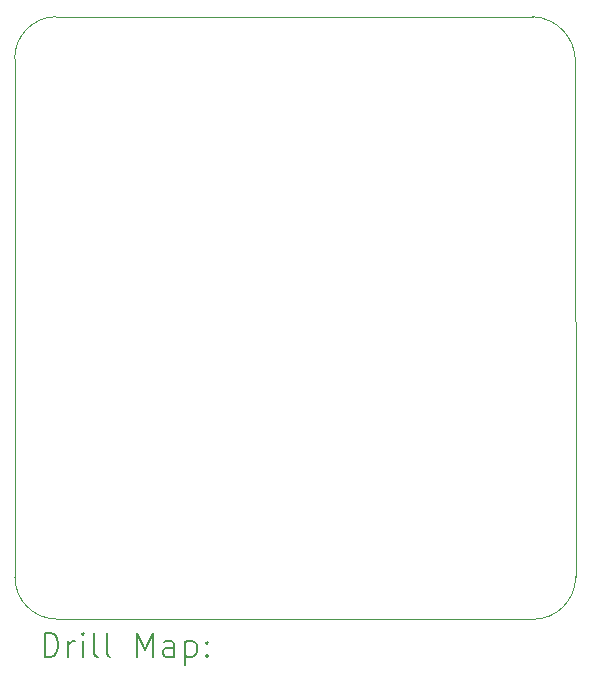
<source format=gbr>
%TF.GenerationSoftware,KiCad,Pcbnew,7.0.7*%
%TF.CreationDate,2024-07-30T23:45:06+02:00*%
%TF.ProjectId,linefollower_pcb,6c696e65-666f-46c6-9c6f-7765725f7063,rev?*%
%TF.SameCoordinates,Original*%
%TF.FileFunction,Drillmap*%
%TF.FilePolarity,Positive*%
%FSLAX45Y45*%
G04 Gerber Fmt 4.5, Leading zero omitted, Abs format (unit mm)*
G04 Created by KiCad (PCBNEW 7.0.7) date 2024-07-30 23:45:06*
%MOMM*%
%LPD*%
G01*
G04 APERTURE LIST*
%ADD10C,0.100000*%
%ADD11C,0.200000*%
G04 APERTURE END LIST*
D10*
X10657058Y-12602258D02*
G75*
G03*
X11017058Y-12242252I-8J360008D01*
G01*
X10657058Y-12602252D02*
X6620000Y-12600000D01*
X11014998Y-7876811D02*
G75*
G03*
X10652891Y-7500000I-377108J1D01*
G01*
X6614670Y-7499999D02*
G75*
G03*
X6267500Y-7854588I7500J-354591D01*
G01*
X6270001Y-12245471D02*
G75*
G03*
X6620000Y-12600000I354559J1D01*
G01*
X6614670Y-7500000D02*
X10652891Y-7500000D01*
X6270000Y-12245471D02*
X6267500Y-7854588D01*
X11015000Y-7876811D02*
X11017058Y-12242252D01*
D11*
X6523276Y-12918736D02*
X6523276Y-12718736D01*
X6523276Y-12718736D02*
X6570895Y-12718736D01*
X6570895Y-12718736D02*
X6599467Y-12728260D01*
X6599467Y-12728260D02*
X6618514Y-12747308D01*
X6618514Y-12747308D02*
X6628038Y-12766355D01*
X6628038Y-12766355D02*
X6637562Y-12804450D01*
X6637562Y-12804450D02*
X6637562Y-12833022D01*
X6637562Y-12833022D02*
X6628038Y-12871117D01*
X6628038Y-12871117D02*
X6618514Y-12890165D01*
X6618514Y-12890165D02*
X6599467Y-12909212D01*
X6599467Y-12909212D02*
X6570895Y-12918736D01*
X6570895Y-12918736D02*
X6523276Y-12918736D01*
X6723276Y-12918736D02*
X6723276Y-12785403D01*
X6723276Y-12823498D02*
X6732800Y-12804450D01*
X6732800Y-12804450D02*
X6742324Y-12794927D01*
X6742324Y-12794927D02*
X6761372Y-12785403D01*
X6761372Y-12785403D02*
X6780419Y-12785403D01*
X6847086Y-12918736D02*
X6847086Y-12785403D01*
X6847086Y-12718736D02*
X6837562Y-12728260D01*
X6837562Y-12728260D02*
X6847086Y-12737784D01*
X6847086Y-12737784D02*
X6856610Y-12728260D01*
X6856610Y-12728260D02*
X6847086Y-12718736D01*
X6847086Y-12718736D02*
X6847086Y-12737784D01*
X6970895Y-12918736D02*
X6951848Y-12909212D01*
X6951848Y-12909212D02*
X6942324Y-12890165D01*
X6942324Y-12890165D02*
X6942324Y-12718736D01*
X7075657Y-12918736D02*
X7056610Y-12909212D01*
X7056610Y-12909212D02*
X7047086Y-12890165D01*
X7047086Y-12890165D02*
X7047086Y-12718736D01*
X7304229Y-12918736D02*
X7304229Y-12718736D01*
X7304229Y-12718736D02*
X7370895Y-12861593D01*
X7370895Y-12861593D02*
X7437562Y-12718736D01*
X7437562Y-12718736D02*
X7437562Y-12918736D01*
X7618514Y-12918736D02*
X7618514Y-12813974D01*
X7618514Y-12813974D02*
X7608991Y-12794927D01*
X7608991Y-12794927D02*
X7589943Y-12785403D01*
X7589943Y-12785403D02*
X7551848Y-12785403D01*
X7551848Y-12785403D02*
X7532800Y-12794927D01*
X7618514Y-12909212D02*
X7599467Y-12918736D01*
X7599467Y-12918736D02*
X7551848Y-12918736D01*
X7551848Y-12918736D02*
X7532800Y-12909212D01*
X7532800Y-12909212D02*
X7523276Y-12890165D01*
X7523276Y-12890165D02*
X7523276Y-12871117D01*
X7523276Y-12871117D02*
X7532800Y-12852070D01*
X7532800Y-12852070D02*
X7551848Y-12842546D01*
X7551848Y-12842546D02*
X7599467Y-12842546D01*
X7599467Y-12842546D02*
X7618514Y-12833022D01*
X7713753Y-12785403D02*
X7713753Y-12985403D01*
X7713753Y-12794927D02*
X7732800Y-12785403D01*
X7732800Y-12785403D02*
X7770895Y-12785403D01*
X7770895Y-12785403D02*
X7789943Y-12794927D01*
X7789943Y-12794927D02*
X7799467Y-12804450D01*
X7799467Y-12804450D02*
X7808991Y-12823498D01*
X7808991Y-12823498D02*
X7808991Y-12880641D01*
X7808991Y-12880641D02*
X7799467Y-12899689D01*
X7799467Y-12899689D02*
X7789943Y-12909212D01*
X7789943Y-12909212D02*
X7770895Y-12918736D01*
X7770895Y-12918736D02*
X7732800Y-12918736D01*
X7732800Y-12918736D02*
X7713753Y-12909212D01*
X7894705Y-12899689D02*
X7904229Y-12909212D01*
X7904229Y-12909212D02*
X7894705Y-12918736D01*
X7894705Y-12918736D02*
X7885181Y-12909212D01*
X7885181Y-12909212D02*
X7894705Y-12899689D01*
X7894705Y-12899689D02*
X7894705Y-12918736D01*
X7894705Y-12794927D02*
X7904229Y-12804450D01*
X7904229Y-12804450D02*
X7894705Y-12813974D01*
X7894705Y-12813974D02*
X7885181Y-12804450D01*
X7885181Y-12804450D02*
X7894705Y-12794927D01*
X7894705Y-12794927D02*
X7894705Y-12813974D01*
M02*

</source>
